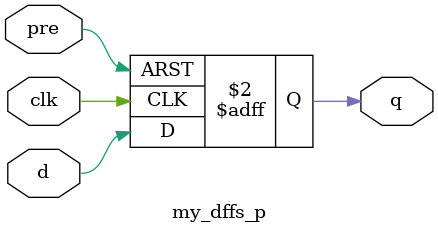
<source format=v>
module my_dffs_p (
    input d,
    clk,
    pre,
    output reg q
);
  always @(posedge clk or posedge pre)
    if (pre) q <= 1'b1;
    else q <= d;
endmodule
</source>
